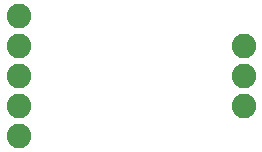
<source format=gbr>
G04 EAGLE Gerber RS-274X export*
G75*
%MOMM*%
%FSLAX34Y34*%
%LPD*%
%INSoldermask Bottom*%
%IPPOS*%
%AMOC8*
5,1,8,0,0,1.08239X$1,22.5*%
G01*
%ADD10C,2.082800*%


D10*
X203200Y88900D03*
X203200Y63500D03*
X203200Y38100D03*
X12700Y114300D03*
X12700Y88900D03*
X12700Y63500D03*
X12700Y38100D03*
X12700Y12700D03*
M02*

</source>
